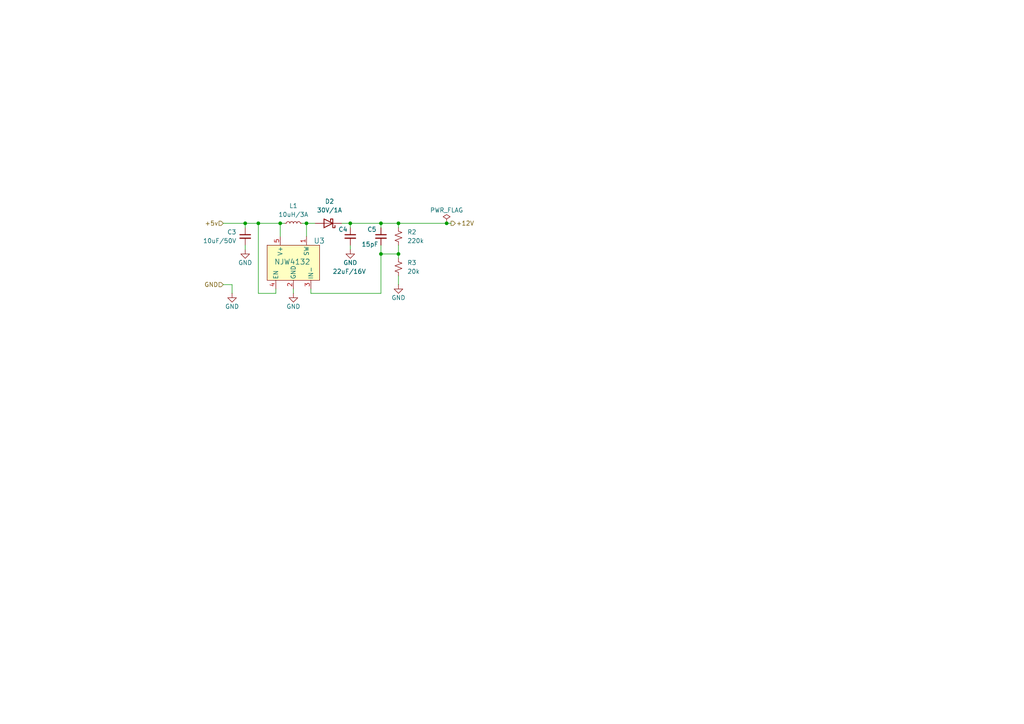
<source format=kicad_sch>
(kicad_sch (version 20231120) (generator "eeschema") (generator_version "8.0")
  (paper "A4")
  (title_block (date "2025-02-05") (rev "1"))
  (lib_symbols
    (symbol "Device:C_Small" (pin_numbers hide) (pin_names (offset 0.254) hide)
      (property "Reference" "C" (at 0.254 1.778 0))
      (property "Value" "C_Small" (at 0.254 -2.032 0))
      (symbol "C_Small_0_1"
        (polyline (pts (xy -1.524 -0.508) (xy 1.524 -0.508)) (stroke (width 0.3302)))
        (polyline (pts (xy -1.524 0.508) (xy 1.524 0.508)) (stroke (width 0.3048)))
      )
      (symbol "C_Small_1_1"
        (pin passive line (at 0 2.54 270) (length 2.032) (name "~") (number "1"))
        (pin passive line (at 0 -2.54 90) (length 2.032) (name "~") (number "2"))
      )
    )
    (symbol "Device:L_Small" (pin_numbers hide) (pin_names (offset 0.254) hide)
      (property "Reference" "L" (at 0.762 1.016 0))
      (property "Value" "L_Small" (at 0.762 -1.016 0))
      (symbol "L_Small_0_1"
        (arc (start 0 -2.032) (mid 0.5058 -1.524) (end 0 -1.016))
        (arc (start 0 -1.016) (mid 0.5058 -0.508) (end 0 0))
        (arc (start 0 0) (mid 0.5058 0.508) (end 0 1.016))
        (arc (start 0 1.016) (mid 0.5058 1.524) (end 0 2.032))
      )
      (symbol "L_Small_1_1"
        (pin passive line (at 0 2.54 270) (length 0.508) (name "~") (number "1"))
        (pin passive line (at 0 -2.54 90) (length 0.508) (name "~") (number "2"))
      )
    )
    (symbol "Device:R_Small_US" (pin_numbers hide) (pin_names (offset 0.254) hide)
      (property "Reference" "R" (at 0.762 0.508 0))
      (property "Value" "R_Small_US" (at 0.762 -1.016 0))
      (symbol "R_Small_US_1_1"
        (polyline (pts (xy 0 0) (xy 1.016 -0.381) (xy 0 -0.762) (xy -1.016 -1.143) (xy 0 -1.524)))
        (polyline (pts (xy 0 1.524) (xy 1.016 1.143) (xy 0 0.762) (xy -1.016 0.381) (xy 0 0)))
        (pin passive line (at 0 2.54 270) (length 1.016) (name "~") (number "1"))
        (pin passive line (at 0 -2.54 90) (length 1.016) (name "~") (number "2"))
      )
    )
    (symbol "Diode:SB130" (pin_numbers hide) (pin_names (offset 1.016) hide)
      (property "Reference" "D" (at 0 2.54 0))
      (property "Value" "SB130" (at 0 -2.54 0))
      (symbol "SB130_0_1"
        (polyline (pts (xy 1.27 0) (xy -1.27 0)))
        (polyline (pts (xy 1.27 1.27) (xy 1.27 -1.27) (xy -1.27 0) (xy 1.27 1.27)) (stroke (width 0.254)))
        (polyline (pts (xy -1.905 0.635) (xy -1.905 1.27) (xy -1.27 1.27) (xy -1.27 -1.27) (xy -0.635 -1.27) (xy -0.635 -0.635)) (stroke (width 0.254)))
      )
      (symbol "SB130_1_1"
        (pin passive line (at -3.81 0 0) (length 2.54) (name "K") (number "1"))
        (pin passive line (at 3.81 0 180) (length 2.54) (name "A") (number "2"))
      )
    )
    (symbol "nisshinbo:NJW4132U2-C-TE1" (pin_names (offset 0.254))
      (property "Reference" "U" (at 13.97 1.524 0))
      (property "Value" "NJW4132" (at 7.62 -5.08 0))
      (symbol "NJW4132U2-C-TE1_1_1"
        (rectangle (start 0 0) (end 15.24 -10.16) (fill (type background)))
        (pin output line (at 11.43 2.54 270) (length 2.54) (name "SW") (number "1"))
        (pin power_in line (at 7.62 -12.7 90) (length 2.54) (name "GND") (number "2"))
        (pin input line (at 12.7 -12.7 90) (length 2.54) (name "IN-") (number "3"))
        (pin input line (at 2.54 -12.7 90) (length 2.54) (name "EN") (number "4"))
        (pin power_in line (at 3.81 2.54 270) (length 2.54) (name "V+") (number "5"))
      )
    )
    (symbol "power:GND" (power) (pin_numbers hide) (pin_names (offset 0) hide)
      (property "Value" "GND" (at 0 -3.81 0))
      (symbol "GND_0_1"
        (polyline (pts (xy 0 0) (xy 0 -1.27) (xy 1.27 -1.27) (xy 0 -2.54) (xy -1.27 -1.27) (xy 0 -1.27)))
      )
      (symbol "GND_1_1"
        (pin power_in line (at 0 0 270) (length 0) (name "~") (number "1"))
      )
    )
    (symbol "power:PWR_FLAG" (power) (pin_numbers hide) (pin_names (offset 0) hide)
      (property "Value" "PWR_FLAG" (at 0 3.81 0))
      (symbol "PWR_FLAG_0_0"
        (pin power_out line (at 0 0 90) (length 0) (name "~") (number "1"))
      )
      (symbol "PWR_FLAG_0_1"
        (polyline (pts (xy 0 0) (xy 0 1.27) (xy -1.016 1.905) (xy 0 2.54) (xy 1.016 1.905) (xy 0 1.27)))
      )
    )
  )
  (junction (at 115.57 64.77))
  (junction (at 129.54 64.77))
  (junction (at 81.28 64.77))
  (junction (at 74.93 64.77))
  (junction (at 71.12 64.77))
  (junction (at 110.49 64.77))
  (junction (at 101.6 64.77))
  (junction (at 88.9 64.77))
  (junction (at 115.57 73.66))
  (junction (at 110.49 73.66))
  (wire (pts (xy 71.12 64.77) (xy 74.93 64.77)))
  (wire (pts (xy 74.93 64.77) (xy 74.93 85.09)))
  (wire (pts (xy 115.57 64.77) (xy 115.57 66.04)))
  (wire (pts (xy 85.09 85.09) (xy 85.09 83.82)))
  (wire (pts (xy 129.54 64.77) (xy 130.81 64.77)))
  (wire (pts (xy 115.57 71.12) (xy 115.57 73.66)))
  (wire (pts (xy 110.49 73.66) (xy 115.57 73.66)))
  (wire (pts (xy 67.31 82.55) (xy 64.77 82.55)))
  (wire (pts (xy 64.77 64.77) (xy 71.12 64.77)))
  (wire (pts (xy 88.9 64.77) (xy 91.44 64.77)))
  (wire (pts (xy 88.9 64.77) (xy 88.9 68.58)))
  (wire (pts (xy 80.01 85.09) (xy 74.93 85.09)))
  (wire (pts (xy 81.28 64.77) (xy 81.28 68.58)))
  (wire (pts (xy 115.57 73.66) (xy 115.57 74.93)))
  (wire (pts (xy 101.6 71.12) (xy 101.6 72.39)))
  (wire (pts (xy 87.63 64.77) (xy 88.9 64.77)))
  (wire (pts (xy 67.31 85.09) (xy 67.31 82.55)))
  (wire (pts (xy 81.28 64.77) (xy 82.55 64.77)))
  (wire (pts (xy 110.49 64.77) (xy 115.57 64.77)))
  (wire (pts (xy 110.49 85.09) (xy 90.17 85.09)))
  (wire (pts (xy 71.12 66.04) (xy 71.12 64.77)))
  (wire (pts (xy 110.49 71.12) (xy 110.49 73.66)))
  (wire (pts (xy 110.49 73.66) (xy 110.49 85.09)))
  (wire (pts (xy 115.57 64.77) (xy 129.54 64.77)))
  (wire (pts (xy 71.12 72.39) (xy 71.12 71.12)))
  (wire (pts (xy 90.17 85.09) (xy 90.17 83.82)))
  (wire (pts (xy 99.06 64.77) (xy 101.6 64.77)))
  (wire (pts (xy 110.49 64.77) (xy 110.49 66.04)))
  (wire (pts (xy 115.57 80.01) (xy 115.57 82.55)))
  (wire (pts (xy 74.93 64.77) (xy 81.28 64.77)))
  (wire (pts (xy 101.6 64.77) (xy 110.49 64.77)))
  (wire (pts (xy 101.6 64.77) (xy 101.6 66.04)))
  (wire (pts (xy 80.01 83.82) (xy 80.01 85.09)))
  (hierarchical_label "+12V" (shape output) (at 130.81 64.77 0))
  (hierarchical_label "+5v" (shape input) (at 64.77 64.77 180))
  (hierarchical_label "GND" (shape input) (at 64.77 82.55 180))
  (symbol (lib_id "Device:R_Small_US") (at 115.57 68.58 0) (unit 1)
    (property "Reference" "R2" (at 118.11 67.3099 0) (effects (justify left)))
    (property "Value" "220k" (at 118.11 69.8499 0) (effects (justify left)))
    (property "Footprint" "Resistor_SMD:R_0603_1608Metric_Pad0.98x0.95mm_HandSolder" (effects (hide yes)))
    (property "Description" "Resistor, small US symbol" (effects (hide yes)))
  )
  (symbol (lib_id "Device:L_Small") (at 85.09 64.77 90) (unit 1)
    (property "Reference" "L1" (at 85.09 59.69 90))
    (property "Value" "10uH/3A" (at 85.09 62.23 90))
    (property "Footprint" "murata:IND_DFE322512F_MUR-M" (effects (hide yes)))
    (property "Description" "Inductor, small symbol" (effects (hide yes)))
  )
  (symbol (lib_id "Diode:SB130") (at 95.25 64.77 180) (unit 1)
    (property "Reference" "D2" (at 95.5675 58.42 0))
    (property "Value" "30V/1A" (at 95.5675 60.96 0))
    (property "Footprint" "murata:CR_60M-60_ROM-M" (effects (hide yes)))
    (property "Datasheet" "http://www.diodes.com/_files/datasheets/ds23022.pdf" (effects (hide yes)))
    (property "Description" "30V 1A Schottky Barrier Rectifier Diode, DO-41" (effects (hide yes)))
    (instances (project "" (path "" (reference "D2") (unit 1))) (project "dcdc+12v" (path "" (reference "D1") (unit 1))))
  )
  (symbol (lib_id "nisshinbo:NJW4132U2-C-TE1") (at 77.47 71.12 0) (unit 1)
    (property "Reference" "U3" (at 90.932 69.85 0) (effects (font (size 1.524 1.524)) (justify left)))
    (property "Value" "NJW4132" (at 79.502 75.946 0) (effects (font (size 1.524 1.524)) (justify left)))
    (property "Footprint" "nisshinbo:SOT-89-5_NMD-M" (effects (hide yes)))
    (property "Datasheet" "NJW4132U2-C-TE1" (effects (hide yes)))
    (instances (project "" (path "" (reference "U3") (unit 1))) (project "dcdc+12v" (path "" (reference "U1") (unit 1))))
  )
  (symbol (lib_id "power:GND") (at 101.6 72.39 0) (unit 1)
    (property "Reference" "#PWR016" (effects (hide yes)))
    (property "Value" "GND" (at 101.6 76.2 0))
    (property "Description" "Power symbol creates a global label with name \"GND\" , ground" (effects (hide yes)))
    (instances (project "" (path "" (reference "#PWR016") (unit 1))) (project "dcdc+12v" (path "" (reference "#PWR04") (unit 1))))
  )
  (symbol (lib_id "power:GND") (at 71.12 72.39 0) (unit 1)
    (property "Reference" "#PWR014" (effects (hide yes)))
    (property "Value" "GND" (at 71.12 76.2 0))
    (property "Description" "Power symbol creates a global label with name \"GND\" , ground" (effects (hide yes)))
    (instances (project "" (path "" (reference "#PWR014") (unit 1))) (project "dcdc+12v" (path "" (reference "#PWR02") (unit 1))))
  )
  (symbol (lib_id "power:GND") (at 115.57 82.55 0) (unit 1)
    (property "Reference" "#PWR017" (effects (hide yes)))
    (property "Value" "GND" (at 115.57 86.36 0))
    (property "Description" "Power symbol creates a global label with name \"GND\" , ground" (effects (hide yes)))
    (instances (project "" (path "" (reference "#PWR017") (unit 1))) (project "dcdc+12v" (path "" (reference "#PWR05") (unit 1))))
  )
  (symbol (lib_id "power:PWR_FLAG") (at 129.54 64.77 0) (unit 1)
    (property "Reference" "#FLG01" (effects (hide yes)))
    (property "Value" "PWR_FLAG" (at 129.54 60.96 0))
    (property "Description" "Special symbol for telling ERC where power comes from" (effects (hide yes)))
  )
  (symbol (lib_id "power:GND") (at 67.31 85.09 0) (unit 1)
    (property "Reference" "#PWR013" (effects (hide yes)))
    (property "Value" "GND" (at 67.31 88.9 0))
    (property "Description" "Power symbol creates a global label with name \"GND\" , ground" (effects (hide yes)))
  )
  (symbol (lib_id "Device:R_Small_US") (at 115.57 77.47 0) (unit 1)
    (property "Reference" "R3" (at 118.11 76.1999 0) (effects (justify left)))
    (property "Value" "20k" (at 118.11 78.7399 0) (effects (justify left)))
    (property "Footprint" "Resistor_SMD:R_0603_1608Metric_Pad0.98x0.95mm_HandSolder" (effects (hide yes)))
    (property "Description" "Resistor, small US symbol" (effects (hide yes)))
    (instances (project "" (path "" (reference "R3") (unit 1))) (project "dcdc+12v" (path "" (reference "R1") (unit 1))))
  )
  (symbol (lib_id "Device:C_Small") (at 101.6 68.58 0) (mirror y) (unit 1)
    (property "Reference" "C4" (at 100.838 66.548 0) (effects (justify left)))
    (property "Value" "22uF/16V" (at 106.172 78.74 0) (effects (justify left)))
    (property "Footprint" "Capacitor_SMD:C_1210_3225Metric_Pad1.33x2.70mm_HandSolder" (effects (hide yes)))
    (property "Description" "Unpolarized capacitor, small symbol" (effects (hide yes)))
    (instances (project "" (path "" (reference "C4") (unit 1))) (project "dcdc+12v" (path "" (reference "C2") (unit 1))))
  )
  (symbol (lib_id "power:GND") (at 85.09 85.09 0) (unit 1)
    (property "Reference" "#PWR015" (effects (hide yes)))
    (property "Value" "GND" (at 85.09 88.9 0))
    (property "Description" "Power symbol creates a global label with name \"GND\" , ground" (effects (hide yes)))
    (instances (project "" (path "" (reference "#PWR015") (unit 1))) (project "dcdc+12v" (path "" (reference "#PWR03") (unit 1))))
  )
  (symbol (lib_id "Device:C_Small") (at 110.49 68.58 0) (mirror y) (unit 1)
    (property "Reference" "C5" (at 109.22 66.548 0) (effects (justify left)))
    (property "Value" "15pF" (at 109.728 70.866 0) (effects (justify left)))
    (property "Footprint" "Capacitor_SMD:C_0603_1608Metric_Pad1.08x0.95mm_HandSolder" (effects (hide yes)))
    (property "Description" "Unpolarized capacitor, small symbol" (effects (hide yes)))
    (instances (project "" (path "" (reference "C5") (unit 1))) (project "dcdc+12v" (path "" (reference "C3") (unit 1))))
  )
  (symbol (lib_id "Device:C_Small") (at 71.12 68.58 0) (mirror y) (unit 1)
    (property "Reference" "C3" (at 68.58 67.3162 0) (effects (justify left)))
    (property "Value" "10uF/50V" (at 68.58 69.8562 0) (effects (justify left)))
    (property "Footprint" "Capacitor_SMD:C_0603_1608Metric_Pad1.08x0.95mm_HandSolder" (effects (hide yes)))
    (property "Description" "Unpolarized capacitor, small symbol" (effects (hide yes)))
    (instances (project "" (path "" (reference "C3") (unit 1))) (project "dcdc+12v" (path "" (reference "C1") (unit 1))))
  )
)
</source>
